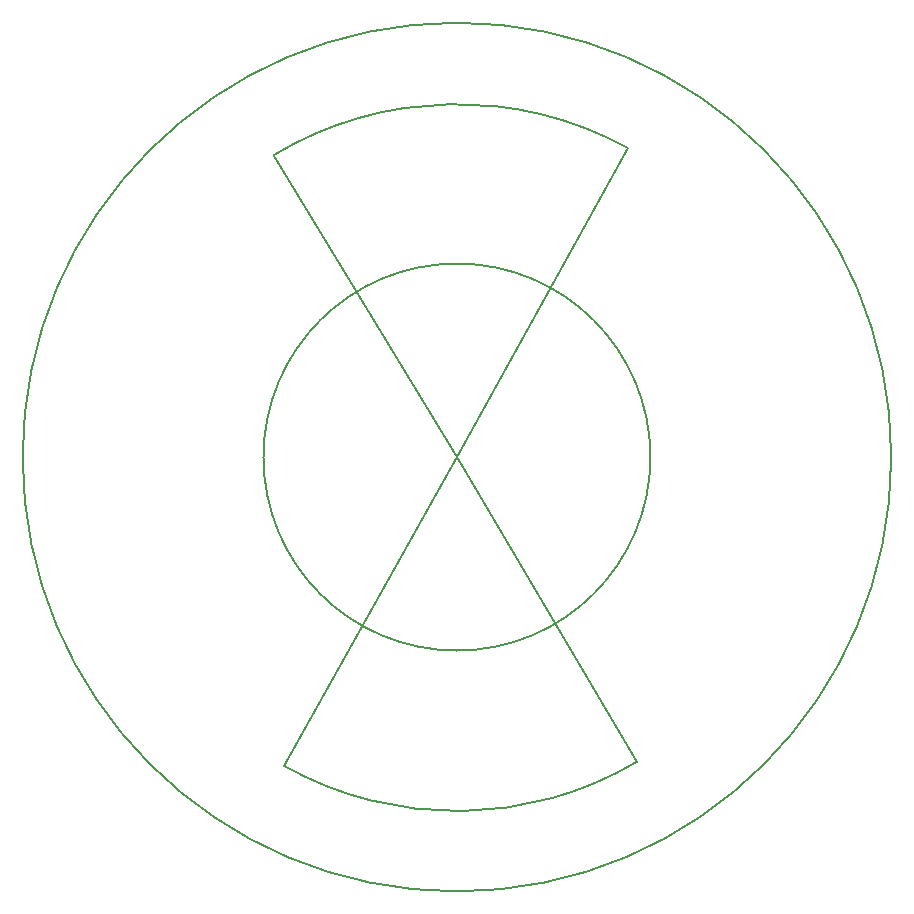
<source format=gbr>
G04 #@! TF.GenerationSoftware,KiCad,Pcbnew,(5.0.0)*
G04 #@! TF.CreationDate,2020-03-19T15:53:23-07:00*
G04 #@! TF.ProjectId,ring_illuminator,72696E675F696C6C756D696E61746F72,rev?*
G04 #@! TF.SameCoordinates,Original*
G04 #@! TF.FileFunction,Profile,NP*
%FSLAX46Y46*%
G04 Gerber Fmt 4.6, Leading zero omitted, Abs format (unit mm)*
G04 Created by KiCad (PCBNEW (5.0.0)) date 03/19/20 15:53:23*
%MOMM*%
%LPD*%
G01*
G04 APERTURE LIST*
%ADD10C,0.150000*%
G04 APERTURE END LIST*
D10*
X15244471Y-25792799D02*
G75*
G02X-14604999Y-26161999I-15244471J25665799D01*
G01*
X-15527941Y25555814D02*
G75*
G02X14477999Y26161999I15527941J-25682814D01*
G01*
X0Y0D02*
X14478000Y26162000D01*
X0Y0D02*
X-15494000Y25527000D01*
X-14605000Y-26162000D02*
X0Y0D01*
X0Y0D02*
X15240000Y-25781000D01*
X36770000Y0D02*
G75*
G03X36770000Y0I-36770000J0D01*
G01*
X16380000Y0D02*
G75*
G03X16380000Y0I-16380000J0D01*
G01*
M02*

</source>
